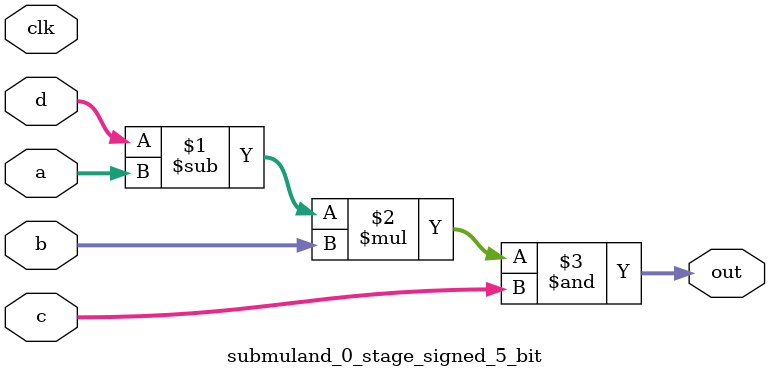
<source format=sv>
(* use_dsp = "yes" *) module submuland_0_stage_signed_5_bit(
	input signed [4:0] a,
	input signed [4:0] b,
	input signed [4:0] c,
	input signed [4:0] d,
	output [4:0] out,
	input clk);

	assign out = ((d - a) * b) & c;
endmodule

</source>
